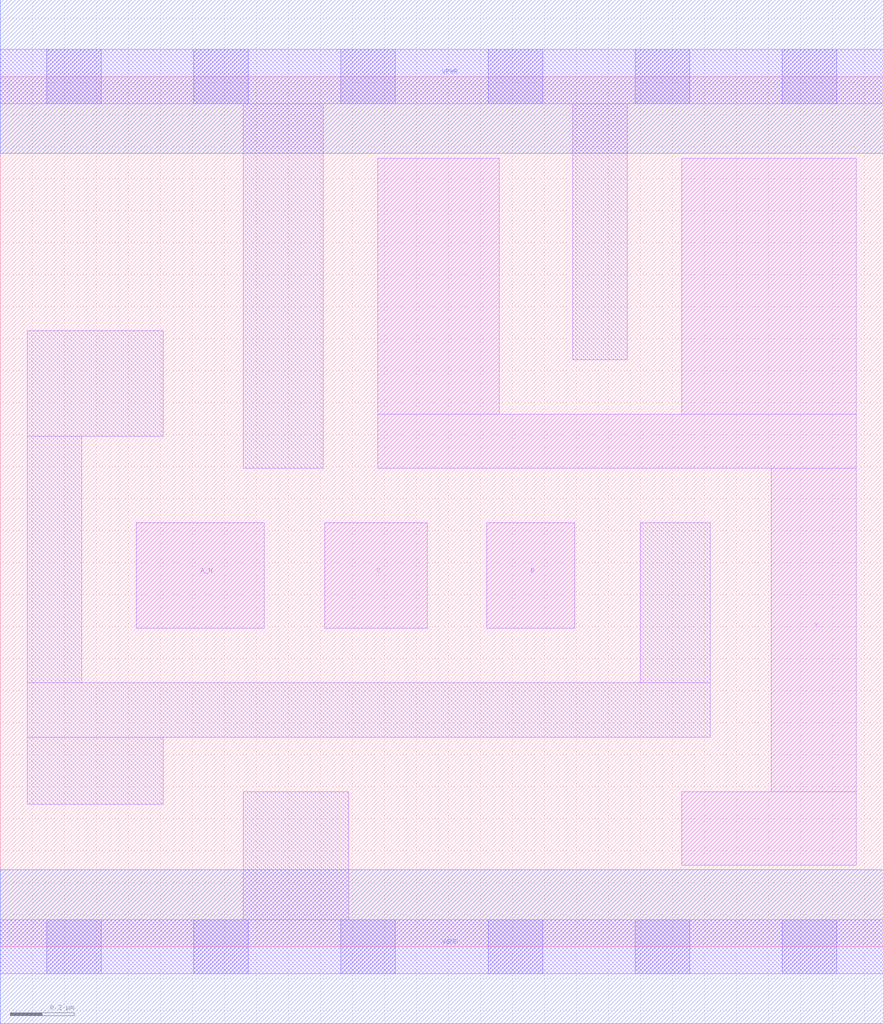
<source format=lef>
# Copyright 2020 The SkyWater PDK Authors
#
# Licensed under the Apache License, Version 2.0 (the "License");
# you may not use this file except in compliance with the License.
# You may obtain a copy of the License at
#
#     https://www.apache.org/licenses/LICENSE-2.0
#
# Unless required by applicable law or agreed to in writing, software
# distributed under the License is distributed on an "AS IS" BASIS,
# WITHOUT WARRANTIES OR CONDITIONS OF ANY KIND, either express or implied.
# See the License for the specific language governing permissions and
# limitations under the License.
#
# SPDX-License-Identifier: Apache-2.0

VERSION 5.7 ;
BUSBITCHARS "[]" ;
DIVIDERCHAR "/" ;
PROPERTYDEFINITIONS
  MACRO maskLayoutSubType STRING ;
  MACRO prCellType STRING ;
  MACRO originalViewName STRING ;
END PROPERTYDEFINITIONS
MACRO sky130_fd_sc_hdll__nand3b_1
  ORIGIN  0.000000  0.000000 ;
  CLASS CORE ;
  SYMMETRY X Y R90 ;
  SIZE  2.760000 BY  2.720000 ;
  SITE unithd ;
  PIN A_N
    ANTENNAGATEAREA  0.138600 ;
    DIRECTION INPUT ;
    USE SIGNAL ;
    PORT
      LAYER li1 ;
        RECT 0.425000 0.995000 0.825000 1.325000 ;
    END
  END A_N
  PIN B
    ANTENNAGATEAREA  0.277500 ;
    DIRECTION INPUT ;
    USE SIGNAL ;
    PORT
      LAYER li1 ;
        RECT 1.520000 0.995000 1.795000 1.325000 ;
    END
  END B
  PIN C
    ANTENNAGATEAREA  0.277500 ;
    DIRECTION INPUT ;
    USE SIGNAL ;
    PORT
      LAYER li1 ;
        RECT 1.015000 0.995000 1.335000 1.325000 ;
    END
  END C
  PIN VGND
    DIRECTION INOUT ;
    USE SIGNAL ;
    PORT
      LAYER met1 ;
        RECT 0.000000 -0.240000 2.760000 0.240000 ;
    END
  END VGND
  PIN VPWR
    DIRECTION INOUT ;
    USE SIGNAL ;
    PORT
      LAYER met1 ;
        RECT 0.000000 2.480000 2.760000 2.960000 ;
    END
  END VPWR
  PIN Y
    ANTENNADIFFAREA  0.775200 ;
    DIRECTION OUTPUT ;
    USE SIGNAL ;
    PORT
      LAYER li1 ;
        RECT 1.180000 1.495000 2.675000 1.665000 ;
        RECT 1.180000 1.665000 1.560000 2.465000 ;
        RECT 2.130000 0.255000 2.675000 0.485000 ;
        RECT 2.130000 1.665000 2.675000 2.465000 ;
        RECT 2.410000 0.485000 2.675000 1.495000 ;
    END
  END Y
  OBS
    LAYER li1 ;
      RECT 0.000000 -0.085000 2.760000 0.085000 ;
      RECT 0.000000  2.635000 2.760000 2.805000 ;
      RECT 0.085000  0.445000 0.510000 0.655000 ;
      RECT 0.085000  0.655000 2.220000 0.825000 ;
      RECT 0.085000  0.825000 0.255000 1.595000 ;
      RECT 0.085000  1.595000 0.510000 1.925000 ;
      RECT 0.760000  0.085000 1.090000 0.485000 ;
      RECT 0.760000  1.495000 1.010000 2.635000 ;
      RECT 1.790000  1.835000 1.960000 2.635000 ;
      RECT 2.000000  0.825000 2.220000 1.325000 ;
    LAYER mcon ;
      RECT 0.145000 -0.085000 0.315000 0.085000 ;
      RECT 0.145000  2.635000 0.315000 2.805000 ;
      RECT 0.605000 -0.085000 0.775000 0.085000 ;
      RECT 0.605000  2.635000 0.775000 2.805000 ;
      RECT 1.065000 -0.085000 1.235000 0.085000 ;
      RECT 1.065000  2.635000 1.235000 2.805000 ;
      RECT 1.525000 -0.085000 1.695000 0.085000 ;
      RECT 1.525000  2.635000 1.695000 2.805000 ;
      RECT 1.985000 -0.085000 2.155000 0.085000 ;
      RECT 1.985000  2.635000 2.155000 2.805000 ;
      RECT 2.445000 -0.085000 2.615000 0.085000 ;
      RECT 2.445000  2.635000 2.615000 2.805000 ;
  END
  PROPERTY maskLayoutSubType "abstract" ;
  PROPERTY prCellType "standard" ;
  PROPERTY originalViewName "layout" ;
END sky130_fd_sc_hdll__nand3b_1

</source>
